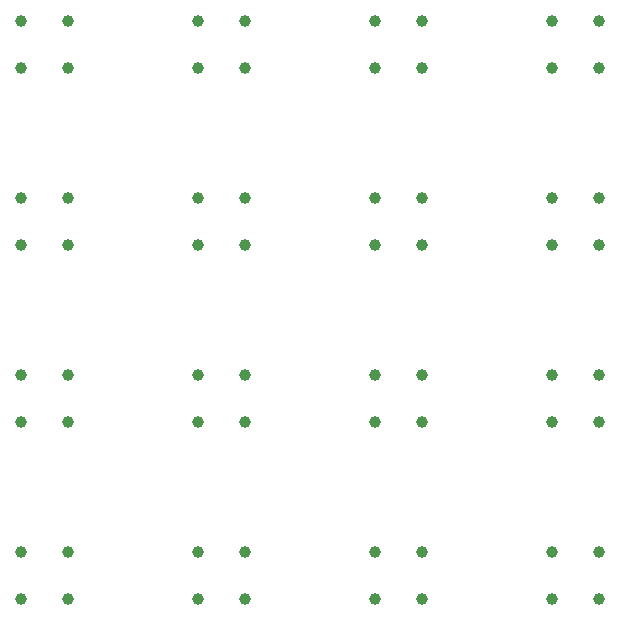
<source format=gbr>
%TF.GenerationSoftware,KiCad,Pcbnew,8.0.1-unknown-202403172319~81f55dfc9c~ubuntu22.04.1*%
%TF.CreationDate,2024-03-25T12:13:27+00:00*%
%TF.ProjectId,LIS3DH_array,4c495333-4448-45f6-9172-7261792e6b69,rev?*%
%TF.SameCoordinates,Original*%
%TF.FileFunction,Soldermask,Bot*%
%TF.FilePolarity,Negative*%
%FSLAX46Y46*%
G04 Gerber Fmt 4.6, Leading zero omitted, Abs format (unit mm)*
G04 Created by KiCad (PCBNEW 8.0.1-unknown-202403172319~81f55dfc9c~ubuntu22.04.1) date 2024-03-25 12:13:27*
%MOMM*%
%LPD*%
G01*
G04 APERTURE LIST*
%ADD10C,1.000000*%
G04 APERTURE END LIST*
D10*
%TO.C,TP16*%
X128000002Y-96999998D03*
%TD*%
%TO.C,TP19*%
X98000002Y-78000002D03*
%TD*%
%TO.C,TP24*%
X113000003Y-96999998D03*
%TD*%
%TO.C,TP1*%
X101999998Y-81999998D03*
%TD*%
%TO.C,TP48*%
X146999998Y-111999997D03*
%TD*%
%TO.C,TP53*%
X113000002Y-123000003D03*
%TD*%
%TO.C,TP35*%
X146999998Y-96999997D03*
%TD*%
%TO.C,TP59*%
X131999998Y-126999997D03*
%TD*%
%TO.C,TP12*%
X128000002Y-81999998D03*
%TD*%
%TO.C,TP37*%
X113000002Y-108000003D03*
%TD*%
%TO.C,TP31*%
X146999998Y-81999997D03*
%TD*%
%TO.C,TP47*%
X146999997Y-108000002D03*
%TD*%
%TO.C,TP21*%
X128000002Y-78000002D03*
%TD*%
%TO.C,TP38*%
X116999997Y-108000002D03*
%TD*%
%TO.C,TP45*%
X143000003Y-111999998D03*
%TD*%
%TO.C,TP27*%
X98000003Y-111999998D03*
%TD*%
%TO.C,TP64*%
X143000003Y-126999998D03*
%TD*%
%TO.C,TP30*%
X131999998Y-78000002D03*
%TD*%
%TO.C,TP58*%
X131999997Y-123000002D03*
%TD*%
%TO.C,TP2*%
X116999998Y-81999998D03*
%TD*%
%TO.C,TP6*%
X116999997Y-93000002D03*
%TD*%
%TO.C,TP55*%
X116999998Y-126999997D03*
%TD*%
%TO.C,TP63*%
X146999998Y-126999997D03*
%TD*%
%TO.C,TP34*%
X131999998Y-93000002D03*
%TD*%
%TO.C,TP61*%
X143000002Y-123000003D03*
%TD*%
%TO.C,TP3*%
X131999998Y-81999998D03*
%TD*%
%TO.C,TP33*%
X113000002Y-93000003D03*
%TD*%
%TO.C,TP14*%
X101999998Y-96999997D03*
%TD*%
%TO.C,TP25*%
X128000002Y-93000002D03*
%TD*%
%TO.C,TP60*%
X128000003Y-126999998D03*
%TD*%
%TO.C,TP62*%
X146999997Y-123000002D03*
%TD*%
%TO.C,TP11*%
X113000002Y-81999998D03*
%TD*%
%TO.C,TP56*%
X113000003Y-126999998D03*
%TD*%
%TO.C,TP13*%
X143000002Y-78000003D03*
%TD*%
%TO.C,TP15*%
X116999998Y-96999997D03*
%TD*%
%TO.C,TP23*%
X98000003Y-96999998D03*
%TD*%
%TO.C,TP8*%
X143000003Y-96999998D03*
%TD*%
%TO.C,TP54*%
X116999997Y-123000002D03*
%TD*%
%TO.C,TP4*%
X143000003Y-81999998D03*
%TD*%
%TO.C,TP26*%
X146999997Y-93000002D03*
%TD*%
%TO.C,TP46*%
X143000002Y-108000003D03*
%TD*%
%TO.C,TP50*%
X101999998Y-126999997D03*
%TD*%
%TO.C,TP52*%
X98000002Y-123000003D03*
%TD*%
%TO.C,TP28*%
X101999998Y-78000002D03*
%TD*%
%TO.C,TP49*%
X101999997Y-123000002D03*
%TD*%
%TO.C,TP32*%
X98000002Y-93000003D03*
%TD*%
%TO.C,TP22*%
X146999997Y-78000002D03*
%TD*%
%TO.C,TP17*%
X143000002Y-93000003D03*
%TD*%
%TO.C,TP42*%
X128000002Y-108000003D03*
%TD*%
%TO.C,TP5*%
X101999997Y-93000002D03*
%TD*%
%TO.C,TP18*%
X101999998Y-111999997D03*
%TD*%
%TO.C,TP40*%
X113000003Y-111999998D03*
%TD*%
%TO.C,TP57*%
X128000002Y-123000003D03*
%TD*%
%TO.C,TP41*%
X128000003Y-111999998D03*
%TD*%
%TO.C,TP39*%
X116999998Y-111999997D03*
%TD*%
%TO.C,TP29*%
X116999998Y-78000002D03*
%TD*%
%TO.C,TP43*%
X131999997Y-108000002D03*
%TD*%
%TO.C,TP9*%
X101999997Y-108000002D03*
%TD*%
%TO.C,TP7*%
X131999998Y-96999998D03*
%TD*%
%TO.C,TP44*%
X131999998Y-111999997D03*
%TD*%
%TO.C,TP36*%
X98000002Y-108000003D03*
%TD*%
%TO.C,TP51*%
X98000003Y-126999998D03*
%TD*%
%TO.C,TP10*%
X98000002Y-81999998D03*
%TD*%
%TO.C,TP20*%
X113000002Y-78000002D03*
%TD*%
M02*

</source>
